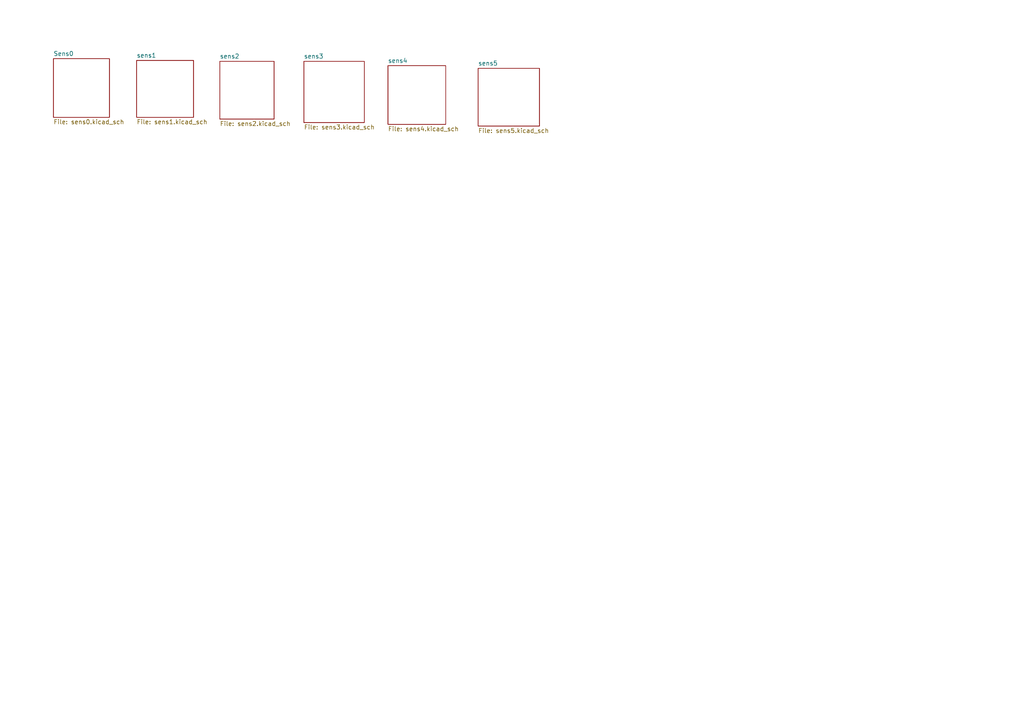
<source format=kicad_sch>
(kicad_sch (version 20211123) (generator eeschema)

  (uuid dfe0084c-a900-4f47-8966-915ebf3a8e75)

  (paper "A4")

  (lib_symbols
  )


  (sheet (at 15.494 17.018) (size 16.256 17.018) (fields_autoplaced)
    (stroke (width 0.1524) (type solid) (color 0 0 0 0))
    (fill (color 0 0 0 0.0000))
    (uuid 3c0cf0fe-1230-4a73-9d8b-47e10780e7d7)
    (property "Sheet name" "Sens0" (id 0) (at 15.494 16.3064 0)
      (effects (font (size 1.27 1.27)) (justify left bottom))
    )
    (property "Sheet file" "sens0.kicad_sch" (id 1) (at 15.494 34.6206 0)
      (effects (font (size 1.27 1.27)) (justify left top))
    )
  )

  (sheet (at 63.754 17.78) (size 15.748 16.764) (fields_autoplaced)
    (stroke (width 0.1524) (type solid) (color 0 0 0 0))
    (fill (color 0 0 0 0.0000))
    (uuid 5bdb2ffb-d919-48f1-b7eb-b51e38cefcf2)
    (property "Sheet name" "sens2" (id 0) (at 63.754 17.0684 0)
      (effects (font (size 1.27 1.27)) (justify left bottom))
    )
    (property "Sheet file" "sens2.kicad_sch" (id 1) (at 63.754 35.1286 0)
      (effects (font (size 1.27 1.27)) (justify left top))
    )
  )

  (sheet (at 39.624 17.526) (size 16.51 16.51) (fields_autoplaced)
    (stroke (width 0.1524) (type solid) (color 0 0 0 0))
    (fill (color 0 0 0 0.0000))
    (uuid 6590a310-4e58-4add-835a-2b8c4aecec99)
    (property "Sheet name" "sens1" (id 0) (at 39.624 16.8144 0)
      (effects (font (size 1.27 1.27)) (justify left bottom))
    )
    (property "Sheet file" "sens1.kicad_sch" (id 1) (at 39.624 34.6206 0)
      (effects (font (size 1.27 1.27)) (justify left top))
    )
  )

  (sheet (at 138.684 19.812) (size 17.78 16.764) (fields_autoplaced)
    (stroke (width 0.1524) (type solid) (color 0 0 0 0))
    (fill (color 0 0 0 0.0000))
    (uuid b7fbd3f7-f55c-49a9-83d6-8eb00806e6b7)
    (property "Sheet name" "sens5" (id 0) (at 138.684 19.1004 0)
      (effects (font (size 1.27 1.27)) (justify left bottom))
    )
    (property "Sheet file" "sens5.kicad_sch" (id 1) (at 138.684 37.1606 0)
      (effects (font (size 1.27 1.27)) (justify left top))
    )
  )

  (sheet (at 112.522 19.05) (size 16.764 17.018) (fields_autoplaced)
    (stroke (width 0.1524) (type solid) (color 0 0 0 0))
    (fill (color 0 0 0 0.0000))
    (uuid d52d9788-b9bb-4139-8b7b-d5d791aa42e2)
    (property "Sheet name" "sens4" (id 0) (at 112.522 18.3384 0)
      (effects (font (size 1.27 1.27)) (justify left bottom))
    )
    (property "Sheet file" "sens4.kicad_sch" (id 1) (at 112.522 36.6526 0)
      (effects (font (size 1.27 1.27)) (justify left top))
    )
  )

  (sheet (at 88.138 17.78) (size 17.526 17.78) (fields_autoplaced)
    (stroke (width 0.1524) (type solid) (color 0 0 0 0))
    (fill (color 0 0 0 0.0000))
    (uuid fa3e67a9-2d4d-4f8f-a5a0-a9ebaf1eaf74)
    (property "Sheet name" "sens3" (id 0) (at 88.138 17.0684 0)
      (effects (font (size 1.27 1.27)) (justify left bottom))
    )
    (property "Sheet file" "sens3.kicad_sch" (id 1) (at 88.138 36.1446 0)
      (effects (font (size 1.27 1.27)) (justify left top))
    )
  )

  (sheet_instances
    (path "/" (page "1"))
    (path "/3c0cf0fe-1230-4a73-9d8b-47e10780e7d7" (page "2"))
    (path "/6590a310-4e58-4add-835a-2b8c4aecec99" (page "3"))
    (path "/5bdb2ffb-d919-48f1-b7eb-b51e38cefcf2" (page "4"))
    (path "/fa3e67a9-2d4d-4f8f-a5a0-a9ebaf1eaf74" (page "5"))
    (path "/d52d9788-b9bb-4139-8b7b-d5d791aa42e2" (page "6"))
    (path "/b7fbd3f7-f55c-49a9-83d6-8eb00806e6b7" (page "7"))
  )

  (symbol_instances
    (path "/b7fbd3f7-f55c-49a9-83d6-8eb00806e6b7/045a07b2-b2bb-43e5-8353-6cae5b28e592"
      (reference "#PWR?") (unit 1) (value "VCC") (footprint "")
    )
    (path "/3c0cf0fe-1230-4a73-9d8b-47e10780e7d7/07a707ea-e0a4-40b5-8a2e-feb8bc8f8a7b"
      (reference "#PWR?") (unit 1) (value "VCC") (footprint "")
    )
    (path "/5bdb2ffb-d919-48f1-b7eb-b51e38cefcf2/5d410cd0-a68d-460f-89c3-f5bb14929462"
      (reference "#PWR?") (unit 1) (value "VCC") (footprint "")
    )
    (path "/d52d9788-b9bb-4139-8b7b-d5d791aa42e2/6603b9c3-a98c-4a4e-9639-94f4d3867fce"
      (reference "#PWR?") (unit 1) (value "VCC") (footprint "")
    )
    (path "/5bdb2ffb-d919-48f1-b7eb-b51e38cefcf2/6e977374-416b-42c5-bb43-62b228fe1692"
      (reference "#PWR?") (unit 1) (value "GND") (footprint "")
    )
    (path "/6590a310-4e58-4add-835a-2b8c4aecec99/8631c23e-471e-40bb-8686-04b598034c8c"
      (reference "#PWR?") (unit 1) (value "GND") (footprint "")
    )
    (path "/6590a310-4e58-4add-835a-2b8c4aecec99/9e59d7f6-21be-4a67-b189-53e3190d6259"
      (reference "#PWR?") (unit 1) (value "VCC") (footprint "")
    )
    (path "/d52d9788-b9bb-4139-8b7b-d5d791aa42e2/a51d6351-132e-4236-97f4-d27fbf9fc274"
      (reference "#PWR?") (unit 1) (value "GND") (footprint "")
    )
    (path "/fa3e67a9-2d4d-4f8f-a5a0-a9ebaf1eaf74/ac0f6729-6034-4350-aef3-b6c6fb66d87d"
      (reference "#PWR?") (unit 1) (value "GND") (footprint "")
    )
    (path "/fa3e67a9-2d4d-4f8f-a5a0-a9ebaf1eaf74/c240900a-8406-4fa2-be4b-ce986be1b8a1"
      (reference "#PWR?") (unit 1) (value "VCC") (footprint "")
    )
    (path "/3c0cf0fe-1230-4a73-9d8b-47e10780e7d7/caefced3-1a07-4fed-8f49-07c8b80184c9"
      (reference "#PWR?") (unit 1) (value "GND") (footprint "")
    )
    (path "/b7fbd3f7-f55c-49a9-83d6-8eb00806e6b7/cff1adc3-40ab-43dc-b4ba-5214e9f4cb9a"
      (reference "#PWR?") (unit 1) (value "GND") (footprint "")
    )
    (path "/3c0cf0fe-1230-4a73-9d8b-47e10780e7d7/a6d6d721-18d4-4fe7-946c-394670988df2"
      (reference "H1") (unit 1) (value "MountingHole") (footprint "MountingHole:MountingHole_2.5mm")
    )
    (path "/3c0cf0fe-1230-4a73-9d8b-47e10780e7d7/7be6dc23-20bc-40d9-a584-5dafc28e6867"
      (reference "H2") (unit 1) (value "MountingHole") (footprint "MountingHole:MountingHole_2.5mm")
    )
    (path "/6590a310-4e58-4add-835a-2b8c4aecec99/c07d7a75-7be6-410f-bd7a-32bd948b9b4e"
      (reference "H3") (unit 1) (value "MountingHole") (footprint "MountingHole:MountingHole_2.5mm")
    )
    (path "/6590a310-4e58-4add-835a-2b8c4aecec99/62705ed6-f6f7-4142-a06d-e55d961cd66f"
      (reference "H4") (unit 1) (value "MountingHole") (footprint "MountingHole:MountingHole_2.5mm")
    )
    (path "/5bdb2ffb-d919-48f1-b7eb-b51e38cefcf2/70c7a98e-695d-43ff-9637-fa1cb7a63924"
      (reference "H5") (unit 1) (value "MountingHole") (footprint "MountingHole:MountingHole_2.5mm")
    )
    (path "/5bdb2ffb-d919-48f1-b7eb-b51e38cefcf2/db11b96d-8701-4517-9da9-7cba728aae9e"
      (reference "H6") (unit 1) (value "MountingHole") (footprint "MountingHole:MountingHole_2.5mm")
    )
    (path "/fa3e67a9-2d4d-4f8f-a5a0-a9ebaf1eaf74/707f5611-edc8-45a5-af20-8509a21aaa81"
      (reference "H7") (unit 1) (value "MountingHole") (footprint "MountingHole:MountingHole_2.5mm")
    )
    (path "/fa3e67a9-2d4d-4f8f-a5a0-a9ebaf1eaf74/5765c8b5-eb70-4473-9133-1242bcc2ed0a"
      (reference "H8") (unit 1) (value "MountingHole") (footprint "MountingHole:MountingHole_2.5mm")
    )
    (path "/d52d9788-b9bb-4139-8b7b-d5d791aa42e2/6d7fc577-e437-4c34-b63d-c915bd54b758"
      (reference "H9") (unit 1) (value "MountingHole") (footprint "MountingHole:MountingHole_2.5mm")
    )
    (path "/d52d9788-b9bb-4139-8b7b-d5d791aa42e2/fe183619-d8c0-4493-84e2-b82e53929f61"
      (reference "H10") (unit 1) (value "MountingHole") (footprint "MountingHole:MountingHole_2.5mm")
    )
    (path "/b7fbd3f7-f55c-49a9-83d6-8eb00806e6b7/fe0d9cd1-6251-4fed-bcef-2fe8d80361b2"
      (reference "H11") (unit 1) (value "MountingHole") (footprint "MountingHole:MountingHole_2.5mm")
    )
    (path "/b7fbd3f7-f55c-49a9-83d6-8eb00806e6b7/b7e5c40d-ba91-470e-94f6-3dbafef37db8"
      (reference "H12") (unit 1) (value "MountingHole") (footprint "MountingHole:MountingHole_2.5mm")
    )
    (path "/3c0cf0fe-1230-4a73-9d8b-47e10780e7d7/d460af88-c726-4879-90c7-2255f4fa6b6a"
      (reference "J1") (unit 1) (value "Conn_02x13_Odd_Even") (footprint "Connector_PinHeader_1.27mm:PinHeader_2x13_P1.27mm_Vertical_SMD")
    )
    (path "/6590a310-4e58-4add-835a-2b8c4aecec99/1fcf7274-1eae-4aba-bdf0-cb69ec2b67fc"
      (reference "J2") (unit 1) (value "Conn_02x13_Odd_Even") (footprint "Connector_PinHeader_1.27mm:PinHeader_2x13_P1.27mm_Vertical_SMD")
    )
    (path "/5bdb2ffb-d919-48f1-b7eb-b51e38cefcf2/5d47e3fa-1de8-41ac-b57c-96db23116448"
      (reference "J3") (unit 1) (value "Conn_02x13_Odd_Even") (footprint "Connector_PinHeader_1.27mm:PinHeader_2x13_P1.27mm_Vertical_SMD")
    )
    (path "/fa3e67a9-2d4d-4f8f-a5a0-a9ebaf1eaf74/0aa44ab1-4a25-49f5-9731-7720fa233abe"
      (reference "J4") (unit 1) (value "Conn_02x13_Odd_Even") (footprint "Connector_PinHeader_1.27mm:PinHeader_2x13_P1.27mm_Vertical_SMD")
    )
    (path "/d52d9788-b9bb-4139-8b7b-d5d791aa42e2/6ead5062-0650-4843-975a-7f726c731b8c"
      (reference "J5") (unit 1) (value "Conn_02x13_Odd_Even") (footprint "Connector_PinHeader_1.27mm:PinHeader_2x13_P1.27mm_Vertical_SMD")
    )
    (path "/b7fbd3f7-f55c-49a9-83d6-8eb00806e6b7/b2764059-2401-48e8-807a-cba49f27015a"
      (reference "J6") (unit 1) (value "Conn_02x13_Odd_Even") (footprint "Connector_PinHeader_1.27mm:PinHeader_2x13_P1.27mm_Vertical_SMD")
    )
  )
)

</source>
